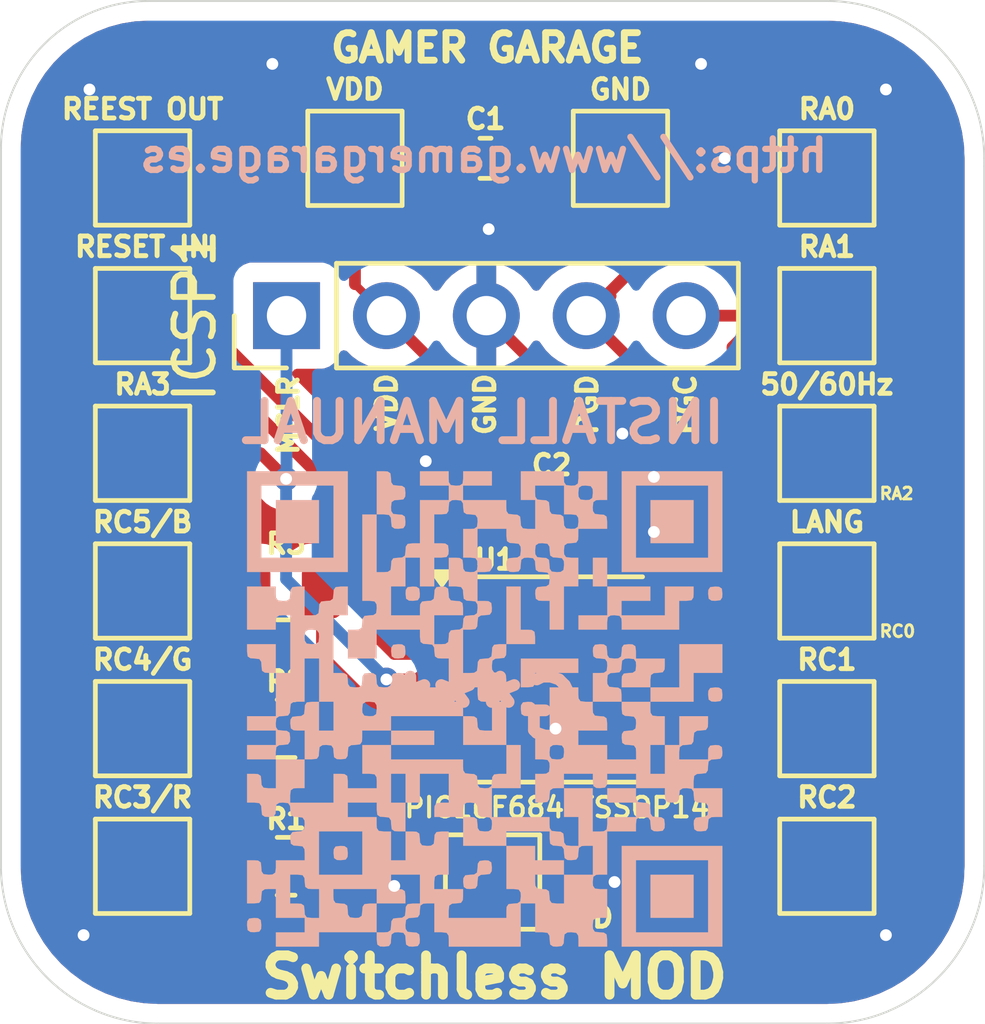
<source format=kicad_pcb>
(kicad_pcb (version 20241229) (generator "pcbnew") (generator_version "9.0")
  (layers (0 "F.Cu" signal) (2 "B.Cu" signal) (13 "F.Paste" user) (15 "B.Paste" user) (5 "F.SilkS" user "F.Silkscreen") (7 "B.SilkS" user "B.Silkscreen") (1 "F.Mask" user) (3 "B.Mask" user) (25 "Edge.Cuts" user))
  (net 0 "")
  (net 1 "VSS")
  (net 2 "VDD")
  (net 3 "B")
  (net 4 "R")
  (net 5 "G")
  (net 6 "RA3")
  (net 7 "RA0")
  (net 8 "RA1")
  (net 9 "RESET OUT")
  (net 10 "RESET IN")
  (net 11 "LANG")
  (net 12 "VIDEO 50{slash}60HZ")
  (net 13 "Net-(U1-P1C{slash}AN7{slash}RC3)")
  (net 14 "Net-(U1-P1B{slash}C2OUT{slash}RC4)")
  (net 15 "Net-(U1-P1A{slash}CCP1{slash}RC5)")
  (net 16 "RC1")
  (net 17 "RC2")
  (footprint "TestPoint:TestPoint_Pad_2.0x2.0mm" (layer "F.Cu") (at 130.6 107.5)
    (property "Reference" "RC4/G" (at 0 -1.75 0) (layer "F.SilkS") (effects (font (size 0.5 0.5) (thickness 0.125))))
    (property "Value" "TestPoint_Pad_2.0x2.0mm" (hide yes))
    (pad "6" smd roundrect (at 0 0) (size 2 2) (layers "F.Cu" "F.Mask") (roundrect_rratio 0.125) (net 5 "G"))
  )
  (footprint "Capacitor_SMD:C_0603_1608Metric" (layer "F.Cu") (at 140.98 101.75)
    (property "Reference" "C2" (at 0.02 -0.95 0) (layer "F.SilkS") (effects (font (size 0.5 0.5) (thickness 0.125))))
    (property "Value" "C" (hide yes))
    (pad "1" smd roundrect (at -0.775 0) (size 0.9 0.95) (layers "F.Cu" "F.Mask" "F.Paste") (net 2 "VDD"))
    (pad "2" smd roundrect (at 0.775 0) (size 0.9 0.95) (layers "F.Cu" "F.Mask" "F.Paste") (net 1 "VSS"))
  )
  (footprint "TestPoint:TestPoint_Pad_2.0x2.0mm" (layer "F.Cu") (at 139.5 111.4)
    (property "Reference" "GND" (at 2.29 0.9 0) (layer "F.SilkS") (effects (font (size 0.5 0.5) (thickness 0.125))))
    (property "Value" "TestPoint_Pad_2.0x2.0mm" (hide yes))
    (pad "14" smd roundrect (at 0 0) (size 2 2) (layers "F.Cu" "F.Mask") (roundrect_rratio 0.125) (net 1 "VSS"))
  )
  (footprint "TestPoint:TestPoint_Pad_2.0x2.0mm" (layer "F.Cu") (at 130.6 97)
    (property "Reference" "RESET IN" (at 0 -1.75 0) (layer "F.SilkS") (effects (font (size 0.5 0.5) (thickness 0.125))))
    (property "Value" "TestPoint_Pad_2.0x2.0mm" (hide yes))
    (pad "3" smd roundrect (at 0 0) (size 2 2) (layers "F.Cu" "F.Mask") (roundrect_rratio 0.125) (net 10 "RESET IN"))
  )
  (footprint "TestPoint:TestPoint_Pad_2.0x2.0mm" (layer "F.Cu") (at 130.6 111)
    (property "Reference" "RC3/R" (at 0 -1.75 0) (layer "F.SilkS") (effects (font (size 0.5 0.5) (thickness 0.125))))
    (property "Value" "TestPoint_Pad_2.0x2.0mm" (hide yes))
    (pad "7" smd roundrect (at 0 0) (size 2 2) (layers "F.Cu" "F.Mask") (roundrect_rratio 0.125) (net 4 "R"))
  )
  (footprint "TestPoint:TestPoint_Pad_2.0x2.0mm" (layer "F.Cu") (at 148 97)
    (property "Reference" "RA1" (at 0 -1.75 0) (layer "F.SilkS") (effects (font (size 0.5 0.5) (thickness 0.125))))
    (property "Value" "TestPoint_Pad_2.0x2.0mm" (hide yes))
    (pad "12" smd roundrect (at 0 0) (size 2 2) (layers "F.Cu" "F.Mask") (roundrect_rratio 0.125) (net 8 "RA1"))
  )
  (footprint "TestPoint:TestPoint_Pad_2.0x2.0mm" (layer "F.Cu") (at 148 104)
    (property "Reference" "LANG" (at 0 -1.75 0) (layer "F.SilkS") (effects (font (size 0.5 0.5) (thickness 0.125))))
    (property "Value" "TestPoint_Pad_2.0x2.0mm" (hide yes))
    (pad "10" smd roundrect (at 0 0) (size 2 2) (layers "F.Cu" "F.Mask") (roundrect_rratio 0.125) (net 11 "LANG"))
  )
  (footprint "TestPoint:TestPoint_Pad_2.0x2.0mm" (layer "F.Cu") (at 148 100.5 90)
    (property "Reference" "50/60Hz" (at 1.75 0 180) (layer "F.SilkS") (effects (font (size 0.5 0.5) (thickness 0.125))))
    (property "Value" "TestPoint_Pad_2.0x2.0mm" (hide yes))
    (pad "11" smd roundrect (at 0 0 90) (size 2 2) (layers "F.Cu" "F.Mask") (roundrect_rratio 0.125) (net 12 "VIDEO 50{slash}60HZ"))
  )
  (footprint "TestPoint:TestPoint_Pad_2.0x2.0mm" (layer "F.Cu") (at 130.6 100.5)
    (property "Reference" "RA3" (at 0 -1.75 0) (layer "F.SilkS") (effects (font (size 0.5 0.5) (thickness 0.125))))
    (property "Value" "TestPoint_Pad_2.0x2.0mm" (hide yes))
    (pad "4" smd roundrect (at 0 0) (size 2 2) (layers "F.Cu" "F.Mask") (roundrect_rratio 0.125) (net 6 "RA3"))
  )
  (footprint "TestPoint:TestPoint_Pad_2.0x2.0mm" (layer "F.Cu") (at 148 107.5)
    (property "Reference" "RC1" (at 0 -1.75 0) (layer "F.SilkS") (effects (font (size 0.5 0.5) (thickness 0.125))))
    (property "Value" "TestPoint_Pad_2.0x2.0mm" (hide yes))
    (pad "9" smd roundrect (at 0 0) (size 2 2) (layers "F.Cu" "F.Mask") (roundrect_rratio 0.125) (net 16 "RC1"))
  )
  (footprint "TestPoint:TestPoint_Pad_2.0x2.0mm" (layer "F.Cu") (at 148 111)
    (property "Reference" "RC2" (at 0 -1.75 0) (layer "F.SilkS") (effects (font (size 0.5 0.5) (thickness 0.125))))
    (property "Value" "TestPoint_Pad_2.0x2.0mm" (hide yes))
    (pad "8" smd roundrect (at 0 0) (size 2 2) (layers "F.Cu" "F.Mask") (roundrect_rratio 0.125) (net 17 "RC2"))
  )
  (footprint "Resistor_SMD:R_0805_2012Metric" (layer "F.Cu") (at 134.25 107.5 180)
    (property "Reference" "R2" (at 0 1.2 180) (layer "F.SilkS") (effects (font (size 0.5 0.5) (thickness 0.125))))
    (property "Value" "R" (hide yes))
    (pad "1" smd roundrect (at -0.9125 0 180) (size 1.025 1.4) (layers "F.Cu" "F.Mask" "F.Paste") (roundrect_rratio 0.243902) (net 14 "Net-(U1-P1B{slash}C2OUT{slash}RC4)"))
    (pad "2" smd roundrect (at 0.9125 0 180) (size 1.025 1.4) (layers "F.Cu" "F.Mask" "F.Paste") (roundrect_rratio 0.243902) (net 5 "G"))
  )
  (footprint "TestPoint:TestPoint_Pad_2.0x2.0mm" (layer "F.Cu") (at 142.75 93)
    (property "Reference" "GND" (at 0 -1.75 0) (layer "F.SilkS") (effects (font (size 0.5 0.5) (thickness 0.125))))
    (property "Value" "TestPoint_Pad_2.0x2.0mm" (hide yes))
    (pad "14" smd roundrect (at 0 0) (size 2 2) (layers "F.Cu" "F.Mask") (roundrect_rratio 0.125) (net 1 "VSS"))
  )
  (footprint "TestPoint:TestPoint_Pad_2.0x2.0mm" (layer "F.Cu") (at 130.6 104)
    (property "Reference" "RC5/B" (at 0 -1.75 0) (layer "F.SilkS") (effects (font (size 0.5 0.5) (thickness 0.125))))
    (property "Value" "TestPoint_Pad_2.0x2.0mm" (hide yes))
    (pad "5" smd roundrect (at 0 0) (size 2 2) (layers "F.Cu" "F.Mask") (roundrect_rratio 0.125) (net 3 "B"))
  )
  (footprint "Resistor_SMD:R_0805_2012Metric" (layer "F.Cu") (at 134.25 104 180)
    (property "Reference" "R3" (at 0 1.2 180) (layer "F.SilkS") (effects (font (size 0.5 0.5) (thickness 0.125))))
    (property "Value" "R" (hide yes))
    (pad "1" smd roundrect (at -0.9125 0 180) (size 1.025 1.4) (layers "F.Cu" "F.Mask" "F.Paste") (roundrect_rratio 0.243902) (net 15 "Net-(U1-P1A{slash}CCP1{slash}RC5)"))
    (pad "2" smd roundrect (at 0.9125 0 180) (size 1.025 1.4) (layers "F.Cu" "F.Mask" "F.Paste") (roundrect_rratio 0.243902) (net 3 "B"))
  )
  (footprint "Resistor_SMD:R_0805_2012Metric" (layer "F.Cu") (at 134.25 111 180)
    (property "Reference" "R1" (at 0 1.2 180) (layer "F.SilkS") (effects (font (size 0.5 0.5) (thickness 0.125))))
    (property "Value" "R" (hide yes))
    (pad "1" smd roundrect (at -0.9125 0 180) (size 1.025 1.4) (layers "F.Cu" "F.Mask" "F.Paste") (roundrect_rratio 0.243902) (net 13 "Net-(U1-P1C{slash}AN7{slash}RC3)"))
    (pad "2" smd roundrect (at 0.9125 0 180) (size 1.025 1.4) (layers "F.Cu" "F.Mask" "F.Paste") (roundrect_rratio 0.243902) (net 4 "R"))
  )
  (footprint "Package_SO:TSSOP-14_4.4x5mm_P0.65mm" (layer "F.Cu") (at 141.1125 106.25)
    (property "Reference" "U1" (at -2.1375 -3.05 0) (layer "F.SilkS") (effects (font (size 0.5 0.5) (thickness 0.125)) (justify left)))
    (property "Value" "PIC16F684-IP" (hide yes))
    (pad "1" smd roundrect (at -2.8625 -1.95) (size 1.475 0.4) (layers "F.Cu" "F.Mask" "F.Paste") (net 2 "VDD"))
    (pad "2" smd roundrect (at -2.8625 -1.3) (size 1.475 0.4) (layers "F.Cu" "F.Mask" "F.Paste") (net 9 "RESET OUT"))
    (pad "3" smd roundrect (at -2.8625 -0.65) (size 1.475 0.4) (layers "F.Cu" "F.Mask" "F.Paste") (net 10 "RESET IN"))
    (pad "4" smd roundrect (at -2.8625 0) (size 1.475 0.4) (layers "F.Cu" "F.Mask" "F.Paste") (net 6 "RA3"))
    (pad "5" smd roundrect (at -2.8625 0.65) (size 1.475 0.4) (layers "F.Cu" "F.Mask" "F.Paste") (net 15 "Net-(U1-P1A{slash}CCP1{slash}RC5)"))
    (pad "6" smd roundrect (at -2.8625 1.3) (size 1.475 0.4) (layers "F.Cu" "F.Mask" "F.Paste") (net 14 "Net-(U1-P1B{slash}C2OUT{slash}RC4)"))
    (pad "7" smd roundrect (at -2.8625 1.95) (size 1.475 0.4) (layers "F.Cu" "F.Mask" "F.Paste") (net 13 "Net-(U1-P1C{slash}AN7{slash}RC3)"))
    (pad "8" smd roundrect (at 2.8625 1.95) (size 1.475 0.4) (layers "F.Cu" "F.Mask" "F.Paste") (net 17 "RC2"))
    (pad "9" smd roundrect (at 2.8625 1.3) (size 1.475 0.4) (layers "F.Cu" "F.Mask" "F.Paste") (net 16 "RC1"))
    (pad "10" smd roundrect (at 2.8625 0.65) (size 1.475 0.4) (layers "F.Cu" "F.Mask" "F.Paste") (net 11 "LANG"))
    (pad "11" smd roundrect (at 2.8625 0) (size 1.475 0.4) (layers "F.Cu" "F.Mask" "F.Paste") (net 12 "VIDEO 50{slash}60HZ"))
    (pad "12" smd roundrect (at 2.8625 -0.65) (size 1.475 0.4) (layers "F.Cu" "F.Mask" "F.Paste") (net 8 "RA1"))
    (pad "13" smd roundrect (at 2.8625 -1.3) (size 1.475 0.4) (layers "F.Cu" "F.Mask" "F.Paste") (net 7 "RA0"))
    (pad "14" smd roundrect (at 2.8625 -1.95) (size 1.475 0.4) (layers "F.Cu" "F.Mask" "F.Paste") (net 1 "VSS"))
  )
  (footprint "Capacitor_SMD:C_0603_1608Metric" (layer "F.Cu") (at 139.32 93)
    (property "Reference" "C1" (at 0 -1 0) (layer "F.SilkS") (effects (font (size 0.5 0.5) (thickness 0.125))))
    (property "Value" "C" (hide yes))
    (pad "1" smd roundrect (at -0.775 0) (size 0.9 0.95) (layers "F.Cu" "F.Mask" "F.Paste") (net 2 "VDD"))
    (pad "2" smd roundrect (at 0.775 0) (size 0.9 0.95) (layers "F.Cu" "F.Mask" "F.Paste") (net 1 "VSS"))
  )
  (footprint "TestPoint:TestPoint_Pad_2.0x2.0mm" (layer "F.Cu") (at 148 93.5)
    (property "Reference" "RA0" (at 0 -1.75 0) (layer "F.SilkS") (effects (font (size 0.5 0.5) (thickness 0.125))))
    (property "Value" "TestPoint_Pad_2.0x2.0mm" (hide yes))
    (pad "13" smd roundrect (at 0 0) (size 2 2) (layers "F.Cu" "F.Mask") (roundrect_rratio 0.125) (net 7 "RA0"))
  )
  (footprint "Connector_PinHeader_2.54mm:PinHeader_1x05_P2.54mm_Vertical" (layer "F.Cu") (at 134.26 97 90)
    (property "Reference" "ICSP1" (at 0 -2.33 90) (layer "F.SilkS"))
    (property "Value" "Conn_01x05_Pin")
    (pad "1" thru_hole rect (at 0 0 90) (size 1.7 1.7) (drill 1) (layers "*.Cu" "*.Mask") (net 6 "RA3"))
    (pad "2" thru_hole oval (at 0 2.54 90) (size 1.7 1.7) (drill 1) (layers "*.Cu" "*.Mask") (net 2 "VDD"))
    (pad "3" thru_hole oval (at 0 5.08 90) (size 1.7 1.7) (drill 1) (layers "*.Cu" "*.Mask") (net 1 "VSS"))
    (pad "4" thru_hole oval (at 0 7.62 90) (size 1.7 1.7) (drill 1) (layers "*.Cu" "*.Mask") (net 7 "RA0"))
    (pad "5" thru_hole oval (at 0 10.16 90) (size 1.7 1.7) (drill 1) (layers "*.Cu" "*.Mask") (net 8 "RA1"))
  )
  (footprint "TestPoint:TestPoint_Pad_2.0x2.0mm" (layer "F.Cu") (at 136 93)
    (property "Reference" "VDD" (at 0 -1.75 0) (layer "F.SilkS") (effects (font (size 0.5 0.5) (thickness 0.125))))
    (property "Value" "TestPoint_Pad_2.0x2.0mm" (hide yes))
    (pad "1" smd roundrect (at 0 0) (size 2 2) (layers "F.Cu" "F.Mask") (roundrect_rratio 0.125) (chamfer_ratio 0.2) (chamfer top_left) (net 2 "VDD"))
  )
  (footprint "TestPoint:TestPoint_Pad_2.0x2.0mm" (layer "F.Cu") (at 130.6 93.5)
    (property "Reference" "REEST OUT" (at 0 -1.75 0) (layer "F.SilkS") (effects (font (size 0.5 0.5) (thickness 0.125))))
    (property "Value" "TestPoint_Pad_2.0x2.0mm" (hide yes))
    (pad "2" smd roundrect (at 0 0) (size 2 2) (layers "F.Cu" "F.Mask") (roundrect_rratio 0.125) (net 9 "RESET OUT"))
  )
  (footprint "LOGO" (layer "B.Cu") (at 139.3 107 180)
    (property "Reference" "G***" (at 0 0 0) (layer "B.SilkS") (effects (font (size 1.5 1.5) (thickness 0.3)) (justify mirror)))
    (property "Value" "LOGO" (hide yes))
  )
  (gr_line (start 127 92.75) (end 127 111) (stroke (width 0.05)) (layer "Edge.Cuts"))
  (gr_line (start 130.8 89) (end 130.75 89) (stroke (width 0.05)) (layer "Edge.Cuts"))
  (gr_line (start 148 115) (end 131 115) (stroke (width 0.05)) (layer "Edge.Cuts"))
  (gr_arc (start 127 92.75) (mid 128.09835 90.09835) (end 130.75 89) (stroke (width 0.05)) (layer "Edge.Cuts"))
  (gr_line (start 152 93.2) (end 152 111) (stroke (width 0.05)) (layer "Edge.Cuts"))
  (gr_line (start 152 93) (end 152 93.2) (stroke (width 0.05)) (layer "Edge.Cuts"))
  (gr_line (start 131 89) (end 148 89) (stroke (width 0.05)) (layer "Edge.Cuts"))
  (gr_arc (start 148 88.999973) (mid 150.828437 90.171555) (end 152 93) (stroke (width 0.05)) (layer "Edge.Cuts"))
  (gr_line (start 131 89) (end 130.8 89) (stroke (width 0.05)) (layer "Edge.Cuts"))
  (gr_arc (start 152 111) (mid 150.828427 113.828427) (end 148 115) (stroke (width 0.05)) (layer "Edge.Cuts"))
  (gr_arc (start 131 115) (mid 128.171573 113.828427) (end 127 111) (stroke (width 0.05)) (layer "Edge.Cuts"))
  (gr_text "GAMER GARAGE" (at 135.3 90.6 0) (layer "F.SilkS") (effects (font (size 0.7 0.7) (thickness 0.175) (bold yes)) (justify left bottom)))
  (gr_text "Switchless MOD" (at 133.5 114.4 0) (layer "F.SilkS") (effects (font (size 1 1) (thickness 0.25) (bold yes)) (justify left bottom)))
  (gr_text "PGC" (at 144.7 100.1 90) (layer "F.SilkS") (effects (font (size 0.5 0.5) (thickness 0.125) (bold yes)) (justify left bottom)))
  (gr_text "PGD" (at 142.2 100.1 90) (layer "F.SilkS") (effects (font (size 0.5 0.5) (thickness 0.125) (bold yes)) (justify left bottom)))
  (gr_text "PIC16F684 TSSOP14" (at 137.2 109.8 0) (layer "F.SilkS") (effects (font (size 0.5 0.5) (thickness 0.1)) (justify left bottom)))
  (gr_text "MCLR" (at 134.6 100.6 90) (layer "F.SilkS") (effects (font (size 0.5 0.5) (thickness 0.125) (bold yes)) (justify left bottom)))
  (gr_text "RC0" (at 149.3 105.2 0) (layer "F.SilkS") (effects (font (size 0.3 0.3) (thickness 0.075) (bold yes)) (justify left bottom)))
  (gr_text "GND" (at 139.6 100.1 90) (layer "F.SilkS") (effects (font (size 0.5 0.5) (thickness 0.125) (bold yes)) (justify left bottom)))
  (gr_text "VDD" (at 137.1 100 90) (layer "F.SilkS") (effects (font (size 0.5 0.5) (thickness 0.125) (bold yes)) (justify left bottom)))
  (gr_text "RA2" (at 149.3 101.7 0) (layer "F.SilkS") (effects (font (size 0.3 0.3) (thickness 0.075) (bold yes)) (justify left bottom)))
  (gr_text "https://www.gamergarage.es" (at 148.1 93.4 0) (layer "B.SilkS") (effects (font (size 0.8 0.8) (thickness 0.16) (bold yes)) (justify left bottom mirror)))
  (gr_text "INSTALL MANUAL" (at 145.5 100.3 0) (layer "B.SilkS") (effects (font (size 1 1) (thickness 0.2) (bold yes)) (justify left bottom mirror)))
  (segment (start 142.5 104.3) (end 141.755 103.555) (width 0.3) (layer "F.Cu") (net 1))
  (segment (start 141.755 99.415) (end 141.755 101.75) (width 0.3) (layer "F.Cu") (net 1))
  (segment (start 141.755 103.555) (end 141.755 101.75) (width 0.3) (layer "F.Cu") (net 1))
  (segment (start 140.095 93) (end 142.75 93) (width 0.3) (layer "F.Cu") (net 1))
  (segment (start 143.975 104.3) (end 142.5 104.3) (width 0.3) (layer "F.Cu") (net 1))
  (segment (start 139.34 97) (end 141.755 99.415) (width 0.3) (layer "F.Cu") (net 1))
  (via (at 137 111.5) (size 0.6) (drill 0.3) (layers "F.Cu" "B.Cu") (net 1))
  (via (at 144.8 90.6) (size 0.6) (drill 0.3) (layers "F.Cu" "B.Cu") (net 1))
  (via (at 142.6 111.4) (size 0.6) (drill 0.3) (layers "F.Cu" "B.Cu") (net 1))
  (via (at 129.25 91.25) (size 0.6) (drill 0.3) (layers "F.Cu" "B.Cu") (net 1))
  (via (at 142.8 100) (size 0.6) (drill 0.3) (layers "F.Cu" "B.Cu") (net 1))
  (via (at 149.5 91.25) (size 0.6) (drill 0.3) (layers "F.Cu" "B.Cu") (net 1))
  (via (at 139.4 94.8) (size 0.6) (drill 0.3) (layers "F.Cu" "B.Cu") (net 1))
  (via (at 149.5 112.75) (size 0.6) (drill 0.3) (layers "F.Cu" "B.Cu") (net 1))
  (via (at 143.6 102.5) (size 0.6) (drill 0.3) (layers "F.Cu" "B.Cu") (net 1))
  (via (at 133.9 90.6) (size 0.6) (drill 0.3) (layers "F.Cu" "B.Cu") (net 1))
  (via (at 129.1 112.75) (size 0.6) (drill 0.3) (layers "F.Cu" "B.Cu") (net 1))
  (via (at 137.8 100.7) (size 0.6) (drill 0.3) (layers "F.Cu" "B.Cu") (net 1))
  (via (at 145.4 93) (size 0.6) (drill 0.3) (layers "F.Cu" "B.Cu") (net 1))
  (via (at 143.6 101.1) (size 0.6) (drill 0.3) (layers "F.Cu" "B.Cu") (net 1))
  (via (at 141.1 107.5) (size 0.6) (drill 0.3) (layers "F.Cu" "B.Cu") (net 1))
  (segment (start 140.205 103.795) (end 140.205 101.75) (width 0.3) (layer "F.Cu") (net 2))
  (segment (start 138.545 93) (end 136 93) (width 0.3) (layer "F.Cu") (net 2))
  (segment (start 136 96.2) (end 136.8 97) (width 0.2) (layer "F.Cu") (net 2))
  (segment (start 136 93) (end 136 96.2) (width 0.3) (layer "F.Cu") (net 2))
  (segment (start 136.8 97) (end 140.205 100.405) (width 0.3) (layer "F.Cu") (net 2))
  (segment (start 138.25 104.3) (end 139.7 104.3) (width 0.3) (layer "F.Cu") (net 2))
  (segment (start 140.205 100.405) (end 140.205 101.75) (width 0.3) (layer "F.Cu") (net 2))
  (segment (start 139.7 104.3) (end 140.205 103.795) (width 0.3) (layer "F.Cu") (net 2))
  (segment (start 131 104) (end 133.3375 104) (width 0.3) (layer "F.Cu") (net 3))
  (segment (start 131 111) (end 133.3375 111) (width 0.3) (layer "F.Cu") (net 4))
  (segment (start 133.3375 107.5) (end 131 107.5) (width 0.3) (layer "F.Cu") (net 5))
  (segment (start 133.6 100.5) (end 130.6 100.5) (width 0.3) (layer "F.Cu") (net 6))
  (segment (start 137.54084 106.25) (end 136.8 106.25) (width 0.3) (layer "F.Cu") (net 6))
  (segment (start 136.8 106.25) (end 136.75 106.25) (width 0.3) (layer "F.Cu") (net 6))
  (segment (start 134.25 101.15) (end 133.6 100.5) (width 0.3) (layer "F.Cu") (net 6))
  (segment (start 138.25 106.25) (end 137.54084 106.25) (width 0.3) (layer "F.Cu") (net 6))
  (via (at 134.25 101.15) (size 0.6) (drill 0.3) (layers "F.Cu" "B.Cu") (net 6))
  (via (at 136.8 106.25) (size 0.6) (drill 0.3) (layers "F.Cu" "B.Cu") (net 6))
  (segment (start 134.25 101.15) (end 134.26 101.14) (width 0.2) (layer "B.Cu") (net 6))
  (segment (start 134.26 101.14) (end 134.26 97) (width 0.3) (layer "B.Cu") (net 6))
  (segment (start 134.25 103.7) (end 134.25 101.15) (width 0.3) (layer "B.Cu") (net 6))
  (segment (start 136.8 106.25) (end 134.25 103.7) (width 0.3) (layer "B.Cu") (net 6))
  (segment (start 146.3 95.2) (end 148 93.5) (width 0.3) (layer "F.Cu") (net 7))
  (segment (start 147.75 93.5) (end 148 93.5) (width 0.2) (layer "F.Cu") (net 7))
  (segment (start 143.975 104.95) (end 144.712499 104.95) (width 0.2) (layer "F.Cu") (net 7))
  (segment (start 143.68 95.2) (end 146.3 95.2) (width 0.3) (layer "F.Cu") (net 7))
  (segment (start 145.072 100.192) (end 141.88 97) (width 0.3) (layer "F.Cu") (net 7))
  (segment (start 142.5 96.5) (end 141.75 96.5) (width 0.3) (layer "F.Cu") (net 7))
  (segment (start 141.88 97) (end 143.68 95.2) (width 0.3) (layer "F.Cu") (net 7))
  (segment (start 144.712499 104.95) (end 145.072 104.590499) (width 0.3) (layer "F.Cu") (net 7))
  (segment (start 145.072 104.590499) (end 145.072 100.192) (width 0.3) (layer "F.Cu") (net 7))
  (segment (start 145.6 104.712499) (end 145.6 97.8) (width 0.3) (layer "F.Cu") (net 8))
  (segment (start 143.975 105.6) (end 144.712499 105.6) (width 0.2) (layer "F.Cu") (net 8))
  (segment (start 144.712499 105.6) (end 145.6 104.712499) (width 0.3) (layer "F.Cu") (net 8))
  (segment (start 145.6 97.8) (end 146.4 97) (width 0.3) (layer "F.Cu") (net 8))
  (segment (start 146.65 97) (end 148 97) (width 0.2) (layer "F.Cu") (net 8))
  (segment (start 144.42 97) (end 147.75 97) (width 0.3) (layer "F.Cu") (net 8))
  (segment (start 131.2 93.5) (end 132.3 94.6) (width 0.3) (layer "F.Cu") (net 9))
  (segment (start 132.3 97.342) (end 137.1 102.142) (width 0.3) (layer "F.Cu") (net 9))
  (segment (start 137.1 102.142) (end 137.1 104.537499) (width 0.3) (layer "F.Cu") (net 9))
  (segment (start 132.3 94.6) (end 132.3 97.342) (width 0.3) (layer "F.Cu") (net 9))
  (segment (start 137.1 104.537499) (end 137.512501 104.95) (width 0.3) (layer "F.Cu") (net 9))
  (segment (start 137.512501 104.95) (end 138.25 104.95) (width 0.3) (layer "F.Cu") (net 9))
  (segment (start 130.6 93.5) (end 131.2 93.5) (width 0.2) (layer "F.Cu") (net 9))
  (segment (start 138.25 105.6) (end 137 105.6) (width 0.3) (layer "F.Cu") (net 10))
  (segment (start 137 105.6) (end 136.7 105.3) (width 0.3) (layer "F.Cu") (net 10))
  (segment (start 136.7 105.3) (end 136.5 105.1) (width 0.3) (layer "F.Cu") (net 10))
  (segment (start 136.5 105.1) (end 136.4 105) (width 0.3) (layer "F.Cu") (net 10))
  (segment (start 130.6 97.25) (end 130.6 97) (width 0.3) (layer "F.Cu") (net 10))
  (segment (start 136.4 102.379346) (end 131.020654 97) (width 0.3) (layer "F.Cu") (net 10))
  (segment (start 130.6 97) (end 130.6 96.75) (width 0.2) (layer "F.Cu") (net 10))
  (segment (start 136.4 105) (end 136.4 102.379346) (width 0.3) (layer "F.Cu") (net 10))
  (segment (start 131.020654 97) (end 130.6 97) (width 0.3) (layer "F.Cu") (net 10))
  (segment (start 138.25 105.6) (end 137.59263 105.6) (width 0.2) (layer "F.Cu") (net 10))
  (segment (start 136.4 105) (end 136.7 105.3) (width 0.2) (layer "F.Cu") (net 10))
  (segment (start 145.5 106.9) (end 147.75 104.65) (width 0.3) (layer "F.Cu") (net 11))
  (segment (start 143.975 106.9) (end 145.5 106.9) (width 0.3) (layer "F.Cu") (net 11))
  (segment (start 148 104.65) (end 148 104) (width 0.2) (layer "F.Cu") (net 11))
  (segment (start 145.25 106.25) (end 146.15 105.35) (width 0.3) (layer "F.Cu") (net 12))
  (segment (start 146.15 102.35) (end 148 100.5) (width 0.3) (layer "F.Cu") (net 12))
  (segment (start 143.975 106.25) (end 145.25 106.25) (width 0.3) (layer "F.Cu") (net 12))
  (segment (start 146.15 105.35) (end 146.15 102.35) (width 0.3) (layer "F.Cu") (net 12))
  (segment (start 135.1625 111) (end 135.45 111) (width 0.2) (layer "F.Cu") (net 13))
  (segment (start 135.45 111) (end 138.25 108.2) (width 0.3) (layer "F.Cu") (net 13))
  (segment (start 138.25 107.55) (end 135.2125 107.55) (width 0.3) (layer "F.Cu") (net 14))
  (segment (start 135.2125 107.55) (end 135.1625 107.5) (width 0.2) (layer "F.Cu") (net 14))
  (segment (start 138.25 106.9) (end 137.5 106.9) (width 0.2) (layer "F.Cu") (net 15))
  (segment (start 136.4 106.9) (end 135.1625 105.6625) (width 0.3) (layer "F.Cu") (net 15))
  (segment (start 135.1625 104.5625) (end 135.1625 104) (width 0.2) (layer "F.Cu") (net 15))
  (segment (start 137.5 106.9) (end 136.4 106.9) (width 0.3) (layer "F.Cu") (net 15))
  (segment (start 135.1625 105.6625) (end 135.1625 104.5625) (width 0.3) (layer "F.Cu") (net 15))
  (segment (start 143.975 107.55) (end 147.7 107.55) (width 0.3) (layer "F.Cu") (net 16))
  (segment (start 147.95 107.55) (end 148 107.5) (width 0.2) (layer "F.Cu") (net 16))
  (segment (start 143.975 108.2) (end 144.2 108.425) (width 0.2) (layer "F.Cu") (net 17))
  (segment (start 145.2 111) (end 147.75 111) (width 0.3) (layer "F.Cu") (net 17))
  (segment (start 144.2 108.425) (end 144.2 110) (width 0.3) (layer "F.Cu") (net 17))
  (segment (start 144.2 110) (end 145.2 111) (width 0.3) (layer "F.Cu") (net 17))
  (zone (net 1) (net_name "VSS") (layer "F.Cu") (connect_pads (clearance 0.5)) (min_thickness 0.25) (fill yes (thermal_gap 0.5) (thermal_bridge_width 0.5))
    (polygon (pts (xy 127.76 89) (xy 151.99 89.01) (xy 151.99 114.99) (xy 127.01 115.03) (xy 127 89)))
  )
  (zone (net 1) (net_name "VSS") (layer "B.Cu") (priority 1) (connect_pads (clearance 0.5)) (min_thickness 0.25) (fill yes (thermal_gap 0.5) (thermal_bridge_width 0.5))
    (polygon (pts (xy 127 89) (xy 151.99 89.01) (xy 151.99 114.99) (xy 127.01 115.03)))
  )
)
</source>
